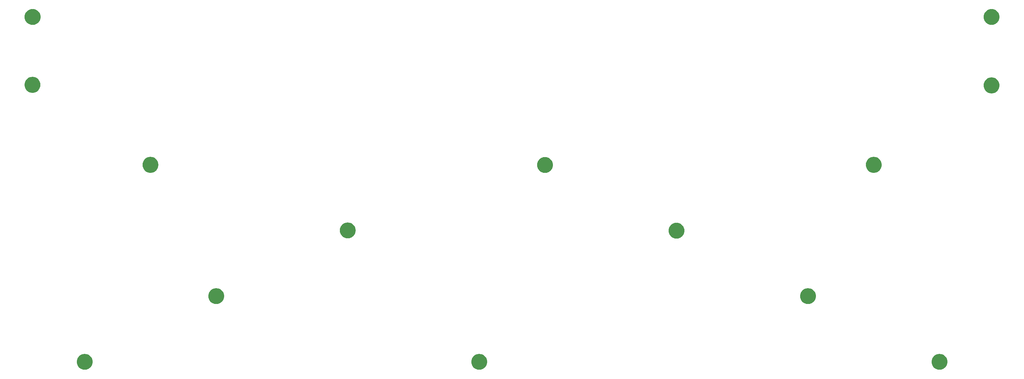
<source format=gbr>
G04 #@! TF.GenerationSoftware,KiCad,Pcbnew,(5.1.6)-1*
G04 #@! TF.CreationDate,2020-11-14T19:58:44+01:00*
G04 #@! TF.ProjectId,punk75_bottom_eotw,70756e6b-3735-45f6-926f-74746f6d5f65,rev?*
G04 #@! TF.SameCoordinates,Original*
G04 #@! TF.FileFunction,Soldermask,Bot*
G04 #@! TF.FilePolarity,Negative*
%FSLAX46Y46*%
G04 Gerber Fmt 4.6, Leading zero omitted, Abs format (unit mm)*
G04 Created by KiCad (PCBNEW (5.1.6)-1) date 2020-11-14 19:58:44*
%MOMM*%
%LPD*%
G01*
G04 APERTURE LIST*
%ADD10C,0.100000*%
G04 APERTURE END LIST*
D10*
G36*
X213173903Y-208880713D02*
G01*
X213396177Y-208924926D01*
X213814932Y-209098380D01*
X214191802Y-209350196D01*
X214512304Y-209670698D01*
X214764120Y-210047568D01*
X214937574Y-210466323D01*
X215026000Y-210910871D01*
X215026000Y-211364129D01*
X214937574Y-211808677D01*
X214764120Y-212227432D01*
X214512304Y-212604302D01*
X214191802Y-212924804D01*
X213814932Y-213176620D01*
X213396177Y-213350074D01*
X213173903Y-213394287D01*
X212951630Y-213438500D01*
X212498370Y-213438500D01*
X212276097Y-213394287D01*
X212053823Y-213350074D01*
X211635068Y-213176620D01*
X211258198Y-212924804D01*
X210937696Y-212604302D01*
X210685880Y-212227432D01*
X210512426Y-211808677D01*
X210424000Y-211364129D01*
X210424000Y-210910871D01*
X210512426Y-210466323D01*
X210685880Y-210047568D01*
X210937696Y-209670698D01*
X211258198Y-209350196D01*
X211635068Y-209098380D01*
X212053823Y-208924926D01*
X212276097Y-208880713D01*
X212498370Y-208836500D01*
X212951630Y-208836500D01*
X213173903Y-208880713D01*
G37*
G36*
X98873903Y-208880713D02*
G01*
X99096177Y-208924926D01*
X99514932Y-209098380D01*
X99891802Y-209350196D01*
X100212304Y-209670698D01*
X100464120Y-210047568D01*
X100637574Y-210466323D01*
X100726000Y-210910871D01*
X100726000Y-211364129D01*
X100637574Y-211808677D01*
X100464120Y-212227432D01*
X100212304Y-212604302D01*
X99891802Y-212924804D01*
X99514932Y-213176620D01*
X99096177Y-213350074D01*
X98873903Y-213394287D01*
X98651630Y-213438500D01*
X98198370Y-213438500D01*
X97976097Y-213394287D01*
X97753823Y-213350074D01*
X97335068Y-213176620D01*
X96958198Y-212924804D01*
X96637696Y-212604302D01*
X96385880Y-212227432D01*
X96212426Y-211808677D01*
X96124000Y-211364129D01*
X96124000Y-210910871D01*
X96212426Y-210466323D01*
X96385880Y-210047568D01*
X96637696Y-209670698D01*
X96958198Y-209350196D01*
X97335068Y-209098380D01*
X97753823Y-208924926D01*
X97976097Y-208880713D01*
X98198370Y-208836500D01*
X98651630Y-208836500D01*
X98873903Y-208880713D01*
G37*
G36*
X346523903Y-208880713D02*
G01*
X346746177Y-208924926D01*
X347164932Y-209098380D01*
X347541802Y-209350196D01*
X347862304Y-209670698D01*
X348114120Y-210047568D01*
X348287574Y-210466323D01*
X348376000Y-210910871D01*
X348376000Y-211364129D01*
X348287574Y-211808677D01*
X348114120Y-212227432D01*
X347862304Y-212604302D01*
X347541802Y-212924804D01*
X347164932Y-213176620D01*
X346746177Y-213350074D01*
X346523903Y-213394287D01*
X346301630Y-213438500D01*
X345848370Y-213438500D01*
X345626097Y-213394287D01*
X345403823Y-213350074D01*
X344985068Y-213176620D01*
X344608198Y-212924804D01*
X344287696Y-212604302D01*
X344035880Y-212227432D01*
X343862426Y-211808677D01*
X343774000Y-211364129D01*
X343774000Y-210910871D01*
X343862426Y-210466323D01*
X344035880Y-210047568D01*
X344287696Y-209670698D01*
X344608198Y-209350196D01*
X344985068Y-209098380D01*
X345403823Y-208924926D01*
X345626097Y-208880713D01*
X345848370Y-208836500D01*
X346301630Y-208836500D01*
X346523903Y-208880713D01*
G37*
G36*
X308423903Y-189830713D02*
G01*
X308646177Y-189874926D01*
X309064932Y-190048380D01*
X309441802Y-190300196D01*
X309762304Y-190620698D01*
X310014120Y-190997568D01*
X310187574Y-191416323D01*
X310276000Y-191860871D01*
X310276000Y-192314129D01*
X310187574Y-192758677D01*
X310014120Y-193177432D01*
X309762304Y-193554302D01*
X309441802Y-193874804D01*
X309064932Y-194126620D01*
X308646177Y-194300074D01*
X308423903Y-194344287D01*
X308201630Y-194388500D01*
X307748370Y-194388500D01*
X307526097Y-194344287D01*
X307303823Y-194300074D01*
X306885068Y-194126620D01*
X306508198Y-193874804D01*
X306187696Y-193554302D01*
X305935880Y-193177432D01*
X305762426Y-192758677D01*
X305674000Y-192314129D01*
X305674000Y-191860871D01*
X305762426Y-191416323D01*
X305935880Y-190997568D01*
X306187696Y-190620698D01*
X306508198Y-190300196D01*
X306885068Y-190048380D01*
X307303823Y-189874926D01*
X307526097Y-189830713D01*
X307748370Y-189786500D01*
X308201630Y-189786500D01*
X308423903Y-189830713D01*
G37*
G36*
X136973903Y-189830713D02*
G01*
X137196177Y-189874926D01*
X137614932Y-190048380D01*
X137991802Y-190300196D01*
X138312304Y-190620698D01*
X138564120Y-190997568D01*
X138737574Y-191416323D01*
X138826000Y-191860871D01*
X138826000Y-192314129D01*
X138737574Y-192758677D01*
X138564120Y-193177432D01*
X138312304Y-193554302D01*
X137991802Y-193874804D01*
X137614932Y-194126620D01*
X137196177Y-194300074D01*
X136973903Y-194344287D01*
X136751630Y-194388500D01*
X136298370Y-194388500D01*
X136076097Y-194344287D01*
X135853823Y-194300074D01*
X135435068Y-194126620D01*
X135058198Y-193874804D01*
X134737696Y-193554302D01*
X134485880Y-193177432D01*
X134312426Y-192758677D01*
X134224000Y-192314129D01*
X134224000Y-191860871D01*
X134312426Y-191416323D01*
X134485880Y-190997568D01*
X134737696Y-190620698D01*
X135058198Y-190300196D01*
X135435068Y-190048380D01*
X135853823Y-189874926D01*
X136076097Y-189830713D01*
X136298370Y-189786500D01*
X136751630Y-189786500D01*
X136973903Y-189830713D01*
G37*
G36*
X270323903Y-170843213D02*
G01*
X270546177Y-170887426D01*
X270964932Y-171060880D01*
X271341802Y-171312696D01*
X271662304Y-171633198D01*
X271914120Y-172010068D01*
X272056508Y-172353824D01*
X272087574Y-172428824D01*
X272161082Y-172798370D01*
X272176000Y-172873371D01*
X272176000Y-173326629D01*
X272087574Y-173771177D01*
X271914120Y-174189932D01*
X271662304Y-174566802D01*
X271341802Y-174887304D01*
X270964932Y-175139120D01*
X270546177Y-175312574D01*
X270323903Y-175356787D01*
X270101630Y-175401000D01*
X269648370Y-175401000D01*
X269426097Y-175356787D01*
X269203823Y-175312574D01*
X268785068Y-175139120D01*
X268408198Y-174887304D01*
X268087696Y-174566802D01*
X267835880Y-174189932D01*
X267662426Y-173771177D01*
X267574000Y-173326629D01*
X267574000Y-172873371D01*
X267588919Y-172798370D01*
X267662426Y-172428824D01*
X267693492Y-172353824D01*
X267835880Y-172010068D01*
X268087696Y-171633198D01*
X268408198Y-171312696D01*
X268785068Y-171060880D01*
X269203823Y-170887426D01*
X269426097Y-170843213D01*
X269648370Y-170799000D01*
X270101630Y-170799000D01*
X270323903Y-170843213D01*
G37*
G36*
X175073903Y-170768213D02*
G01*
X175296177Y-170812426D01*
X175714932Y-170985880D01*
X176091802Y-171237696D01*
X176412304Y-171558198D01*
X176664120Y-171935068D01*
X176837574Y-172353823D01*
X176881787Y-172576097D01*
X176926000Y-172798370D01*
X176926000Y-173251630D01*
X176881787Y-173473903D01*
X176837574Y-173696177D01*
X176664120Y-174114932D01*
X176412304Y-174491802D01*
X176091802Y-174812304D01*
X175714932Y-175064120D01*
X175296177Y-175237574D01*
X175073903Y-175281787D01*
X174851630Y-175326000D01*
X174398370Y-175326000D01*
X174176097Y-175281787D01*
X173953823Y-175237574D01*
X173535068Y-175064120D01*
X173158198Y-174812304D01*
X172837696Y-174491802D01*
X172585880Y-174114932D01*
X172412426Y-173696177D01*
X172368213Y-173473903D01*
X172324000Y-173251630D01*
X172324000Y-172798370D01*
X172368213Y-172576097D01*
X172412426Y-172353823D01*
X172585880Y-171935068D01*
X172837696Y-171558198D01*
X173158198Y-171237696D01*
X173535068Y-170985880D01*
X173953823Y-170812426D01*
X174176097Y-170768213D01*
X174398370Y-170724000D01*
X174851630Y-170724000D01*
X175073903Y-170768213D01*
G37*
G36*
X232223903Y-151794213D02*
G01*
X232446177Y-151838426D01*
X232864932Y-152011880D01*
X233241802Y-152263696D01*
X233562304Y-152584198D01*
X233814120Y-152961068D01*
X233987574Y-153379823D01*
X233987574Y-153379824D01*
X234067845Y-153783370D01*
X234076000Y-153824371D01*
X234076000Y-154277629D01*
X233987574Y-154722177D01*
X233814120Y-155140932D01*
X233562304Y-155517802D01*
X233241802Y-155838304D01*
X232864932Y-156090120D01*
X232446177Y-156263574D01*
X232223903Y-156307787D01*
X232001630Y-156352000D01*
X231548370Y-156352000D01*
X231326097Y-156307787D01*
X231103823Y-156263574D01*
X230685068Y-156090120D01*
X230308198Y-155838304D01*
X229987696Y-155517802D01*
X229735880Y-155140932D01*
X229562426Y-154722177D01*
X229474000Y-154277629D01*
X229474000Y-153824371D01*
X229482156Y-153783370D01*
X229562426Y-153379824D01*
X229562426Y-153379823D01*
X229735880Y-152961068D01*
X229987696Y-152584198D01*
X230308198Y-152263696D01*
X230685068Y-152011880D01*
X231103823Y-151838426D01*
X231326097Y-151794213D01*
X231548370Y-151750000D01*
X232001630Y-151750000D01*
X232223903Y-151794213D01*
G37*
G36*
X117907750Y-151750000D02*
G01*
X118146177Y-151797426D01*
X118564932Y-151970880D01*
X118941802Y-152222696D01*
X119262304Y-152543198D01*
X119514120Y-152920068D01*
X119687574Y-153338823D01*
X119731787Y-153561097D01*
X119776000Y-153783370D01*
X119776000Y-154236630D01*
X119731787Y-154458903D01*
X119687574Y-154681177D01*
X119514120Y-155099932D01*
X119262304Y-155476802D01*
X118941802Y-155797304D01*
X118564932Y-156049120D01*
X118146177Y-156222574D01*
X117940056Y-156263574D01*
X117701630Y-156311000D01*
X117248370Y-156311000D01*
X117009944Y-156263574D01*
X116803823Y-156222574D01*
X116385068Y-156049120D01*
X116008198Y-155797304D01*
X115687696Y-155476802D01*
X115435880Y-155099932D01*
X115262426Y-154681177D01*
X115218213Y-154458903D01*
X115174000Y-154236630D01*
X115174000Y-153783370D01*
X115218213Y-153561097D01*
X115262426Y-153338823D01*
X115435880Y-152920068D01*
X115687696Y-152543198D01*
X116008198Y-152222696D01*
X116385068Y-151970880D01*
X116803823Y-151797426D01*
X117042250Y-151750000D01*
X117248370Y-151709000D01*
X117701630Y-151709000D01*
X117907750Y-151750000D01*
G37*
G36*
X327473903Y-151743213D02*
G01*
X327696177Y-151787426D01*
X328114932Y-151960880D01*
X328491802Y-152212696D01*
X328812304Y-152533198D01*
X329064120Y-152910068D01*
X329237574Y-153328823D01*
X329247719Y-153379824D01*
X329326000Y-153773370D01*
X329326000Y-154226630D01*
X329315855Y-154277630D01*
X329237574Y-154671177D01*
X329064120Y-155089932D01*
X328812304Y-155466802D01*
X328491802Y-155787304D01*
X328114932Y-156039120D01*
X327696177Y-156212574D01*
X327473903Y-156256787D01*
X327251630Y-156301000D01*
X326798370Y-156301000D01*
X326576097Y-156256787D01*
X326353823Y-156212574D01*
X325935068Y-156039120D01*
X325558198Y-155787304D01*
X325237696Y-155466802D01*
X324985880Y-155089932D01*
X324812426Y-154671177D01*
X324734145Y-154277630D01*
X324724000Y-154226630D01*
X324724000Y-153773370D01*
X324802281Y-153379824D01*
X324812426Y-153328823D01*
X324985880Y-152910068D01*
X325237696Y-152533198D01*
X325558198Y-152212696D01*
X325935068Y-151960880D01*
X326353823Y-151787426D01*
X326576097Y-151743213D01*
X326798370Y-151699000D01*
X327251630Y-151699000D01*
X327473903Y-151743213D01*
G37*
G36*
X361605153Y-128711963D02*
G01*
X361827427Y-128756176D01*
X362246182Y-128929630D01*
X362623052Y-129181446D01*
X362943554Y-129501948D01*
X363195370Y-129878818D01*
X363368824Y-130297573D01*
X363368824Y-130297574D01*
X363425673Y-130583370D01*
X363457250Y-130742121D01*
X363457250Y-131195379D01*
X363368824Y-131639927D01*
X363195370Y-132058682D01*
X362943554Y-132435552D01*
X362623052Y-132756054D01*
X362246182Y-133007870D01*
X361827427Y-133181324D01*
X361605153Y-133225537D01*
X361382880Y-133269750D01*
X360929620Y-133269750D01*
X360707347Y-133225537D01*
X360485073Y-133181324D01*
X360066318Y-133007870D01*
X359689448Y-132756054D01*
X359368946Y-132435552D01*
X359117130Y-132058682D01*
X358943676Y-131639927D01*
X358855250Y-131195379D01*
X358855250Y-130742121D01*
X358886828Y-130583370D01*
X358943676Y-130297574D01*
X358943676Y-130297573D01*
X359117130Y-129878818D01*
X359368946Y-129501948D01*
X359689448Y-129181446D01*
X360066318Y-128929630D01*
X360485073Y-128756176D01*
X360707347Y-128711963D01*
X360929620Y-128667750D01*
X361382880Y-128667750D01*
X361605153Y-128711963D01*
G37*
G36*
X83760903Y-128553213D02*
G01*
X83983177Y-128597426D01*
X84401932Y-128770880D01*
X84778802Y-129022696D01*
X85099304Y-129343198D01*
X85351120Y-129720068D01*
X85524574Y-130138823D01*
X85568787Y-130361097D01*
X85613000Y-130583370D01*
X85613000Y-131036630D01*
X85568787Y-131258903D01*
X85524574Y-131481177D01*
X85351120Y-131899932D01*
X85099304Y-132276802D01*
X84778802Y-132597304D01*
X84401932Y-132849120D01*
X83983177Y-133022574D01*
X83760903Y-133066787D01*
X83538630Y-133111000D01*
X83085370Y-133111000D01*
X82863097Y-133066787D01*
X82640823Y-133022574D01*
X82222068Y-132849120D01*
X81845198Y-132597304D01*
X81524696Y-132276802D01*
X81272880Y-131899932D01*
X81099426Y-131481177D01*
X81055213Y-131258903D01*
X81011000Y-131036630D01*
X81011000Y-130583370D01*
X81055213Y-130361097D01*
X81099426Y-130138823D01*
X81272880Y-129720068D01*
X81524696Y-129343198D01*
X81845198Y-129022696D01*
X82222068Y-128770880D01*
X82640823Y-128597426D01*
X82863097Y-128553213D01*
X83085370Y-128509000D01*
X83538630Y-128509000D01*
X83760903Y-128553213D01*
G37*
G36*
X361605153Y-108868213D02*
G01*
X361827427Y-108912426D01*
X362246182Y-109085880D01*
X362623052Y-109337696D01*
X362943554Y-109658198D01*
X363195370Y-110035068D01*
X363368824Y-110453823D01*
X363457250Y-110898371D01*
X363457250Y-111351629D01*
X363368824Y-111796177D01*
X363195370Y-112214932D01*
X362943554Y-112591802D01*
X362623052Y-112912304D01*
X362246182Y-113164120D01*
X361827427Y-113337574D01*
X361605153Y-113381787D01*
X361382880Y-113426000D01*
X360929620Y-113426000D01*
X360707347Y-113381787D01*
X360485073Y-113337574D01*
X360066318Y-113164120D01*
X359689448Y-112912304D01*
X359368946Y-112591802D01*
X359117130Y-112214932D01*
X358943676Y-111796177D01*
X358855250Y-111351629D01*
X358855250Y-110898371D01*
X358943676Y-110453823D01*
X359117130Y-110035068D01*
X359368946Y-109658198D01*
X359689448Y-109337696D01*
X360066318Y-109085880D01*
X360485073Y-108912426D01*
X360707347Y-108868213D01*
X360929620Y-108824000D01*
X361382880Y-108824000D01*
X361605153Y-108868213D01*
G37*
G36*
X83792653Y-108868213D02*
G01*
X84014927Y-108912426D01*
X84433682Y-109085880D01*
X84810552Y-109337696D01*
X85131054Y-109658198D01*
X85382870Y-110035068D01*
X85556324Y-110453823D01*
X85644750Y-110898371D01*
X85644750Y-111351629D01*
X85556324Y-111796177D01*
X85382870Y-112214932D01*
X85131054Y-112591802D01*
X84810552Y-112912304D01*
X84433682Y-113164120D01*
X84014927Y-113337574D01*
X83792653Y-113381787D01*
X83570380Y-113426000D01*
X83117120Y-113426000D01*
X82894847Y-113381787D01*
X82672573Y-113337574D01*
X82253818Y-113164120D01*
X81876948Y-112912304D01*
X81556446Y-112591802D01*
X81304630Y-112214932D01*
X81131176Y-111796177D01*
X81042750Y-111351629D01*
X81042750Y-110898371D01*
X81131176Y-110453823D01*
X81304630Y-110035068D01*
X81556446Y-109658198D01*
X81876948Y-109337696D01*
X82253818Y-109085880D01*
X82672573Y-108912426D01*
X82894847Y-108868213D01*
X83117120Y-108824000D01*
X83570380Y-108824000D01*
X83792653Y-108868213D01*
G37*
M02*

</source>
